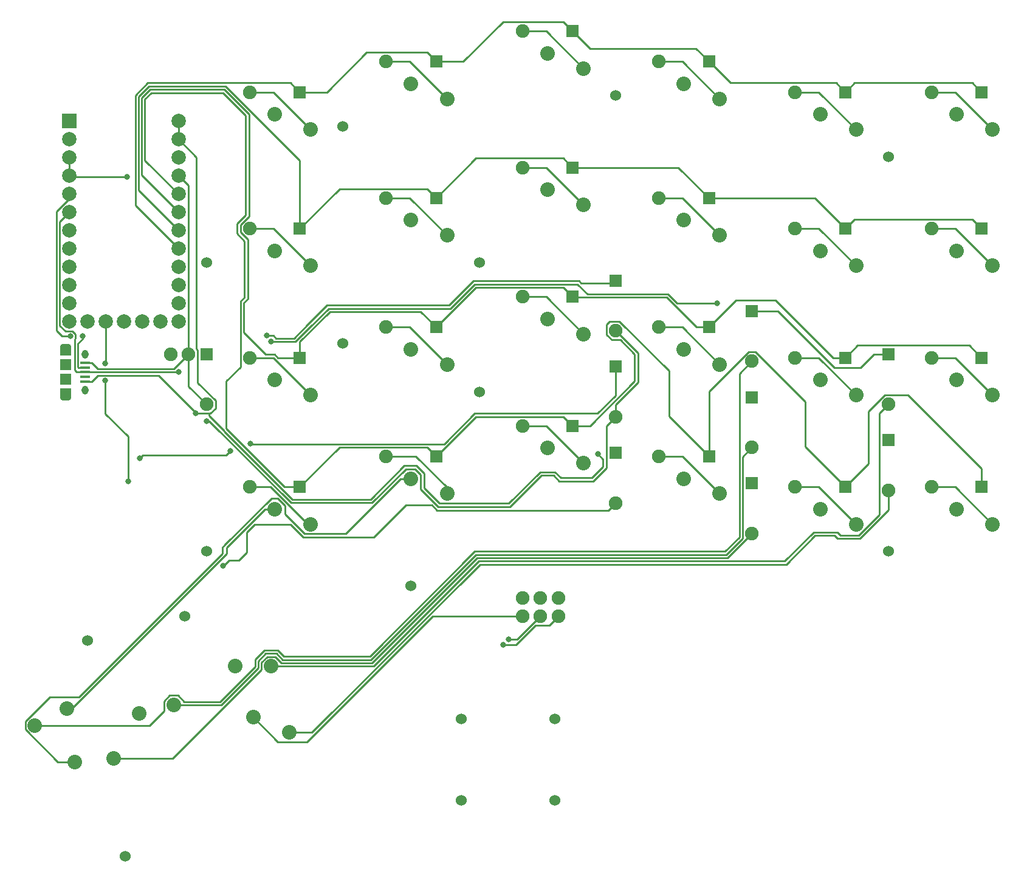
<source format=gbr>
%TF.GenerationSoftware,KiCad,Pcbnew,(6.0.4)*%
%TF.CreationDate,2023-12-12T22:18:02-08:00*%
%TF.ProjectId,keyboard,6b657962-6f61-4726-942e-6b696361645f,v1.0.0*%
%TF.SameCoordinates,Original*%
%TF.FileFunction,Copper,L1,Top*%
%TF.FilePolarity,Positive*%
%FSLAX46Y46*%
G04 Gerber Fmt 4.6, Leading zero omitted, Abs format (unit mm)*
G04 Created by KiCad (PCBNEW (6.0.4)) date 2023-12-12 22:18:02*
%MOMM*%
%LPD*%
G01*
G04 APERTURE LIST*
%TA.AperFunction,ComponentPad*%
%ADD10C,2.032000*%
%TD*%
%TA.AperFunction,ComponentPad*%
%ADD11C,1.524000*%
%TD*%
%TA.AperFunction,ComponentPad*%
%ADD12C,1.905000*%
%TD*%
%TA.AperFunction,ComponentPad*%
%ADD13R,1.778000X1.778000*%
%TD*%
%TA.AperFunction,ComponentPad*%
%ADD14R,2.000000X2.000000*%
%TD*%
%TA.AperFunction,ComponentPad*%
%ADD15C,2.000000*%
%TD*%
%TA.AperFunction,SMDPad,CuDef*%
%ADD16R,1.350000X0.400000*%
%TD*%
%TA.AperFunction,ComponentPad*%
%ADD17O,1.550000X0.890000*%
%TD*%
%TA.AperFunction,SMDPad,CuDef*%
%ADD18R,1.550000X1.500000*%
%TD*%
%TA.AperFunction,ComponentPad*%
%ADD19O,0.950000X1.250000*%
%TD*%
%TA.AperFunction,SMDPad,CuDef*%
%ADD20R,1.550000X1.200000*%
%TD*%
%TA.AperFunction,ViaPad*%
%ADD21C,0.800000*%
%TD*%
%TA.AperFunction,Conductor*%
%ADD22C,0.250000*%
%TD*%
G04 APERTURE END LIST*
D10*
%TO.P,M2,1*%
%TO.N,B2*%
X131074261Y-172604805D03*
%TO.P,M2,2*%
%TO.N,mm_diode*%
X135925739Y-171395195D03*
%TD*%
D11*
%TO.P,,1*%
%TO.N,N/C*%
X235500000Y-150000000D03*
%TD*%
D12*
%TO.P,D28,1*%
%TO.N,inner_thumb*%
X235500000Y-141500000D03*
D13*
%TO.P,D28,2*%
%TO.N,B7*%
X235500000Y-134500000D03*
%TD*%
D11*
%TO.P,,1*%
%TO.N,N/C*%
X129125244Y-192496528D03*
%TD*%
D10*
%TO.P,S6,1*%
%TO.N,index_home*%
X174000000Y-123950000D03*
%TO.P,S6,2*%
%TO.N,B3*%
X169000000Y-121850000D03*
%TD*%
D12*
%TO.P,D16,1*%
%TO.N,ring_nums*%
X203500000Y-81750000D03*
D13*
%TO.P,D16,2*%
%TO.N,F7*%
X210500000Y-81750000D03*
%TD*%
D10*
%TO.P,S21,1*%
%TO.N,outer_bottom*%
X250000000Y-146200000D03*
%TO.P,S21,2*%
%TO.N,F1*%
X245000000Y-144100000D03*
%TD*%
%TO.P,S1,1*%
%TO.N,inner_bottom*%
X155000000Y-146200000D03*
%TO.P,S1,2*%
%TO.N,B1*%
X150000000Y-144100000D03*
%TD*%
D12*
%TO.P,D20,1*%
%TO.N,pinky_nums*%
X222500000Y-86000000D03*
D13*
%TO.P,D20,2*%
%TO.N,F7*%
X229500000Y-86000000D03*
%TD*%
D12*
%TO.P,D36,1*%
%TO.N,VCC*%
X140500000Y-129500000D03*
D13*
%TO.P,D36,2*%
%TO.N,D0*%
X140500000Y-122500000D03*
%TD*%
D12*
%TO.P,D17,1*%
%TO.N,pinky_bottom*%
X222500000Y-141000000D03*
D13*
%TO.P,D17,2*%
%TO.N,F4*%
X229500000Y-141000000D03*
%TD*%
D12*
%TO.P,D7,1*%
%TO.N,index_top*%
X165500000Y-100750000D03*
D13*
%TO.P,D7,2*%
%TO.N,F6*%
X172500000Y-100750000D03*
%TD*%
D12*
%TO.P,D35,0*%
%TO.N,F0*%
X184500000Y-159000000D03*
%TO.P,D35,1*%
%TO.N,B6*%
X187000000Y-159000000D03*
%TO.P,D35,2*%
%TO.N,B2*%
X189500000Y-159000000D03*
%TO.P,D35,3*%
%TO.N,B5*%
X184500000Y-156500000D03*
%TO.P,D35,4*%
%TO.N,B1*%
X187000000Y-156500000D03*
%TO.P,D35,5*%
%TO.N,B3*%
X189500000Y-156500000D03*
%TD*%
D11*
%TO.P,,1*%
%TO.N,N/C*%
X140500000Y-150000000D03*
%TD*%
D12*
%TO.P,D30,1*%
%TO.N,mm_diode*%
X216500000Y-135500000D03*
D13*
%TO.P,D30,2*%
%TO.N,B7*%
X216500000Y-128500000D03*
%TD*%
D11*
%TO.P,,1*%
%TO.N,N/C*%
X189000000Y-184700000D03*
%TD*%
%TO.P,,1*%
%TO.N,N/C*%
X159500000Y-121000000D03*
%TD*%
D12*
%TO.P,D8,1*%
%TO.N,index_nums*%
X165500000Y-81750000D03*
D13*
%TO.P,D8,2*%
%TO.N,F7*%
X172500000Y-81750000D03*
%TD*%
D10*
%TO.P,S22,1*%
%TO.N,outer_home*%
X250000000Y-128200000D03*
%TO.P,S22,2*%
%TO.N,F1*%
X245000000Y-126100000D03*
%TD*%
%TO.P,S16,1*%
%TO.N,ring_nums*%
X212000000Y-86950000D03*
%TO.P,S16,2*%
%TO.N,B6*%
X207000000Y-84850000D03*
%TD*%
D12*
%TO.P,D15,1*%
%TO.N,ring_top*%
X203500000Y-100750000D03*
D13*
%TO.P,D15,2*%
%TO.N,F6*%
X210500000Y-100750000D03*
%TD*%
D10*
%TO.P,S7,1*%
%TO.N,index_top*%
X174000000Y-105950000D03*
%TO.P,S7,2*%
%TO.N,B3*%
X169000000Y-103850000D03*
%TD*%
D12*
%TO.P,D33,1*%
%TO.N,VCC*%
X197500000Y-131250000D03*
D13*
%TO.P,D33,2*%
%TO.N,D2*%
X197500000Y-124250000D03*
%TD*%
D11*
%TO.P,,1*%
%TO.N,N/C*%
X176000000Y-173300000D03*
%TD*%
D10*
%TO.P,S11,1*%
%TO.N,middle_top*%
X193000000Y-101700000D03*
%TO.P,S11,2*%
%TO.N,B2*%
X188000000Y-99600000D03*
%TD*%
%TO.P,S23,1*%
%TO.N,outer_top*%
X250000000Y-110200000D03*
%TO.P,S23,2*%
%TO.N,F1*%
X245000000Y-108100000D03*
%TD*%
%TO.P,S18,1*%
%TO.N,pinky_home*%
X231000000Y-128200000D03*
%TO.P,S18,2*%
%TO.N,F0*%
X226000000Y-126100000D03*
%TD*%
%TO.P,S13,1*%
%TO.N,ring_bottom*%
X212000000Y-141950000D03*
%TO.P,S13,2*%
%TO.N,B6*%
X207000000Y-139850000D03*
%TD*%
D12*
%TO.P,D21,1*%
%TO.N,outer_bottom*%
X241500000Y-141000000D03*
D13*
%TO.P,D21,2*%
%TO.N,F4*%
X248500000Y-141000000D03*
%TD*%
D10*
%TO.P,S10,1*%
%TO.N,middle_home*%
X193000000Y-119700000D03*
%TO.P,S10,2*%
%TO.N,B2*%
X188000000Y-117600000D03*
%TD*%
D12*
%TO.P,D22,1*%
%TO.N,outer_home*%
X241500000Y-123000000D03*
D13*
%TO.P,D22,2*%
%TO.N,F5*%
X248500000Y-123000000D03*
%TD*%
D11*
%TO.P,,1*%
%TO.N,N/C*%
X178500000Y-127750000D03*
%TD*%
D10*
%TO.P,S19,1*%
%TO.N,pinky_top*%
X231000000Y-110200000D03*
%TO.P,S19,2*%
%TO.N,F0*%
X226000000Y-108100000D03*
%TD*%
D12*
%TO.P,D12,1*%
%TO.N,middle_nums*%
X184500000Y-77500000D03*
D13*
%TO.P,D12,2*%
%TO.N,F7*%
X191500000Y-77500000D03*
%TD*%
D11*
%TO.P,,1*%
%TO.N,N/C*%
X189000000Y-173300000D03*
%TD*%
%TO.P,,1*%
%TO.N,N/C*%
X140500000Y-109750000D03*
%TD*%
D10*
%TO.P,S4,1*%
%TO.N,inner_nums*%
X155000000Y-91200000D03*
%TO.P,S4,2*%
%TO.N,B1*%
X150000000Y-89100000D03*
%TD*%
%TO.P,S20,1*%
%TO.N,pinky_nums*%
X231000000Y-91200000D03*
%TO.P,S20,2*%
%TO.N,F0*%
X226000000Y-89100000D03*
%TD*%
%TO.P,S9,1*%
%TO.N,middle_bottom*%
X193000000Y-137700000D03*
%TO.P,S9,2*%
%TO.N,B2*%
X188000000Y-135600000D03*
%TD*%
D12*
%TO.P,D19,1*%
%TO.N,pinky_top*%
X222500000Y-105000000D03*
D13*
%TO.P,D19,2*%
%TO.N,F6*%
X229500000Y-105000000D03*
%TD*%
D11*
%TO.P,,1*%
%TO.N,N/C*%
X137500000Y-159000000D03*
%TD*%
D10*
%TO.P,S17,1*%
%TO.N,pinky_bottom*%
X231000000Y-146200000D03*
%TO.P,S17,2*%
%TO.N,F0*%
X226000000Y-144100000D03*
%TD*%
D12*
%TO.P,REF\u002A\u002A,1*%
%TO.N,VCC*%
X138000000Y-122500000D03*
%TD*%
D10*
%TO.P,S24,1*%
%TO.N,outer_nums*%
X250000000Y-91200000D03*
%TO.P,S24,2*%
%TO.N,F1*%
X245000000Y-89100000D03*
%TD*%
D12*
%TO.P,D1,1*%
%TO.N,inner_bottom*%
X146500000Y-141000000D03*
D13*
%TO.P,D1,2*%
%TO.N,F4*%
X153500000Y-141000000D03*
%TD*%
D10*
%TO.P,M3,1*%
%TO.N,mr_diode*%
X116589501Y-174245360D03*
%TO.P,M3,2*%
%TO.N,B1*%
X121004239Y-171898002D03*
%TD*%
%TO.P,S25,1*%
%TO.N,inner_thumb*%
X152000000Y-175200000D03*
%TO.P,S25,2*%
%TO.N,F0*%
X147000000Y-173100000D03*
%TD*%
%TO.P,S2,1*%
%TO.N,inner_home*%
X155000000Y-128200000D03*
%TO.P,S2,2*%
%TO.N,B1*%
X150000000Y-126100000D03*
%TD*%
D11*
%TO.P,,1*%
%TO.N,N/C*%
X197500000Y-86500000D03*
%TD*%
%TO.P,,1*%
%TO.N,N/C*%
X178500000Y-109750000D03*
%TD*%
D10*
%TO.P,S3,1*%
%TO.N,inner_top*%
X155000000Y-110200000D03*
%TO.P,S3,2*%
%TO.N,B1*%
X150000000Y-108100000D03*
%TD*%
%TO.P,S14,1*%
%TO.N,ring_home*%
X212000000Y-123950000D03*
%TO.P,S14,2*%
%TO.N,B6*%
X207000000Y-121850000D03*
%TD*%
D12*
%TO.P,D11,1*%
%TO.N,middle_top*%
X184500000Y-96500000D03*
D13*
%TO.P,D11,2*%
%TO.N,F6*%
X191500000Y-96500000D03*
%TD*%
D11*
%TO.P,,1*%
%TO.N,N/C*%
X159500000Y-90750000D03*
%TD*%
D10*
%TO.P,M1,1*%
%TO.N,B6*%
X144500000Y-166000000D03*
%TO.P,M1,2*%
%TO.N,ml_diode*%
X149500000Y-166000000D03*
%TD*%
%TO.P,S5,1*%
%TO.N,index_bottom*%
X174000000Y-141950000D03*
%TO.P,S5,2*%
%TO.N,B3*%
X169000000Y-139850000D03*
%TD*%
%TO.P,S26,1*%
%TO.N,far_thumb*%
X127530746Y-178847441D03*
%TO.P,S26,2*%
%TO.N,B3*%
X122130118Y-179340609D03*
%TD*%
D12*
%TO.P,D31,1*%
%TO.N,far_thumb*%
X216500000Y-147500000D03*
D13*
%TO.P,D31,2*%
%TO.N,B7*%
X216500000Y-140500000D03*
%TD*%
D12*
%TO.P,D6,1*%
%TO.N,index_home*%
X165500000Y-118750000D03*
D13*
%TO.P,D6,2*%
%TO.N,F5*%
X172500000Y-118750000D03*
%TD*%
D12*
%TO.P,D9,1*%
%TO.N,middle_bottom*%
X184500000Y-132500000D03*
D13*
%TO.P,D9,2*%
%TO.N,F4*%
X191500000Y-132500000D03*
%TD*%
D14*
%TO.P,,1*%
%TO.N,D3*%
X121380000Y-90030000D03*
D15*
%TO.P,,2*%
%TO.N,D2*%
X121380000Y-92570000D03*
%TO.P,,3*%
%TO.N,GND*%
X121380000Y-95110000D03*
%TO.P,,4*%
X121380000Y-97650000D03*
%TO.P,,5*%
%TO.N,D1*%
X121380000Y-100190000D03*
%TO.P,,6*%
%TO.N,D0*%
X121380000Y-102730000D03*
%TO.P,,7*%
%TO.N,D4*%
X121380000Y-105270000D03*
%TO.P,,8*%
%TO.N,C6*%
X121380000Y-107810000D03*
%TO.P,,9*%
%TO.N,D7*%
X121380000Y-110350000D03*
%TO.P,,10*%
%TO.N,E6*%
X121380000Y-112890000D03*
%TO.P,,11*%
%TO.N,B4*%
X121380000Y-115430000D03*
%TO.P,,12*%
%TO.N,B5*%
X121380000Y-117970000D03*
%TO.P,,13*%
%TO.N,B6*%
X136620000Y-117970000D03*
%TO.P,,14*%
%TO.N,B2*%
X136620000Y-115430000D03*
%TO.P,,15*%
%TO.N,B3*%
X136620000Y-112890000D03*
%TO.P,,16*%
%TO.N,B1*%
X136620000Y-110350000D03*
%TO.P,,17*%
%TO.N,F7*%
X136620000Y-107810000D03*
%TO.P,,18*%
%TO.N,F6*%
X136620000Y-105270000D03*
%TO.P,,19*%
%TO.N,F5*%
X136620000Y-102730000D03*
%TO.P,,20*%
%TO.N,F4*%
X136620000Y-100190000D03*
%TO.P,,21*%
%TO.N,VCC*%
X136620000Y-97650000D03*
%TO.P,,22*%
%TO.N,RST*%
X136620000Y-95110000D03*
%TO.P,,23*%
%TO.N,GND*%
X136620000Y-92570000D03*
%TO.P,,24*%
X136620000Y-90030000D03*
%TO.P,,25*%
%TO.N,B7*%
X123920000Y-117970000D03*
%TO.P,,26*%
%TO.N,D5*%
X126460000Y-117970000D03*
%TO.P,,27*%
%TO.N,C7*%
X129000000Y-117970000D03*
%TO.P,,28*%
%TO.N,F1*%
X131540000Y-117970000D03*
%TO.P,,29*%
%TO.N,F0*%
X134080000Y-117970000D03*
%TD*%
D10*
%TO.P,S15,1*%
%TO.N,ring_top*%
X212000000Y-105950000D03*
%TO.P,S15,2*%
%TO.N,B6*%
X207000000Y-103850000D03*
%TD*%
D16*
%TO.P,,1*%
%TO.N,VCC*%
X123600000Y-123700000D03*
%TO.P,,2*%
%TO.N,D1*%
X123600000Y-124350000D03*
%TO.P,,3*%
%TO.N,D0*%
X123600000Y-125000000D03*
%TO.P,,4*%
%TO.N,N/C*%
X123600000Y-125650000D03*
%TO.P,,5*%
%TO.N,GND*%
X123600000Y-126300000D03*
D17*
%TO.P,,6*%
%TO.N,N/C*%
X120900000Y-121500000D03*
D18*
X120900000Y-126000000D03*
D19*
X123600000Y-122500000D03*
D18*
X120900000Y-124000000D03*
D17*
X120900000Y-128500000D03*
D19*
X123600000Y-127500000D03*
D20*
X120900000Y-127900000D03*
X120900000Y-122100000D03*
%TD*%
D12*
%TO.P,D13,1*%
%TO.N,ring_bottom*%
X203500000Y-136750000D03*
D13*
%TO.P,D13,2*%
%TO.N,F4*%
X210500000Y-136750000D03*
%TD*%
D12*
%TO.P,D4,1*%
%TO.N,inner_nums*%
X146500000Y-86000000D03*
D13*
%TO.P,D4,2*%
%TO.N,F7*%
X153500000Y-86000000D03*
%TD*%
D12*
%TO.P,D32,1*%
%TO.N,trackpoint_reset*%
X197500000Y-143250000D03*
D13*
%TO.P,D32,2*%
%TO.N,GND*%
X197500000Y-136250000D03*
%TD*%
D12*
%TO.P,D3,1*%
%TO.N,inner_top*%
X146500000Y-105000000D03*
D13*
%TO.P,D3,2*%
%TO.N,F6*%
X153500000Y-105000000D03*
%TD*%
D11*
%TO.P,,1*%
%TO.N,N/C*%
X235500000Y-95000000D03*
%TD*%
%TO.P,,1*%
%TO.N,N/C*%
X176000000Y-184700000D03*
%TD*%
D12*
%TO.P,D24,1*%
%TO.N,outer_nums*%
X241500000Y-86000000D03*
D13*
%TO.P,D24,2*%
%TO.N,F7*%
X248500000Y-86000000D03*
%TD*%
D12*
%TO.P,D10,1*%
%TO.N,middle_home*%
X184500000Y-114500000D03*
D13*
%TO.P,D10,2*%
%TO.N,F5*%
X191500000Y-114500000D03*
%TD*%
D12*
%TO.P,D27,1*%
%TO.N,ml_diode*%
X235500000Y-129500000D03*
D13*
%TO.P,D27,2*%
%TO.N,B7*%
X235500000Y-122500000D03*
%TD*%
D12*
%TO.P,D29,1*%
%TO.N,mr_diode*%
X216500000Y-123500000D03*
D13*
%TO.P,D29,2*%
%TO.N,B7*%
X216500000Y-116500000D03*
%TD*%
D11*
%TO.P,,1*%
%TO.N,N/C*%
X169000000Y-154750000D03*
%TD*%
D12*
%TO.P,D23,1*%
%TO.N,outer_top*%
X241500000Y-105000000D03*
D13*
%TO.P,D23,2*%
%TO.N,F6*%
X248500000Y-105000000D03*
%TD*%
D12*
%TO.P,D14,1*%
%TO.N,ring_home*%
X203500000Y-118750000D03*
D13*
%TO.P,D14,2*%
%TO.N,F5*%
X210500000Y-118750000D03*
%TD*%
D12*
%TO.P,D18,1*%
%TO.N,pinky_home*%
X222500000Y-123000000D03*
D13*
%TO.P,D18,2*%
%TO.N,F5*%
X229500000Y-123000000D03*
%TD*%
D10*
%TO.P,S12,1*%
%TO.N,middle_nums*%
X193000000Y-82700000D03*
%TO.P,S12,2*%
%TO.N,B2*%
X188000000Y-80600000D03*
%TD*%
D12*
%TO.P,D2,1*%
%TO.N,inner_home*%
X146500000Y-123000000D03*
D13*
%TO.P,D2,2*%
%TO.N,F5*%
X153500000Y-123000000D03*
%TD*%
D12*
%TO.P,D5,1*%
%TO.N,index_bottom*%
X165500000Y-136750000D03*
D13*
%TO.P,D5,2*%
%TO.N,F4*%
X172500000Y-136750000D03*
%TD*%
D10*
%TO.P,S8,1*%
%TO.N,index_nums*%
X174000000Y-86950000D03*
%TO.P,S8,2*%
%TO.N,B3*%
X169000000Y-84850000D03*
%TD*%
D11*
%TO.P,,1*%
%TO.N,N/C*%
X123898571Y-162431068D03*
%TD*%
D12*
%TO.P,D34,1*%
%TO.N,VCC*%
X197500000Y-119250000D03*
D13*
%TO.P,D34,2*%
%TO.N,D5*%
X197500000Y-112250000D03*
%TD*%
D12*
%TO.P,REF\u002A\u002A,1*%
%TO.N,trackpoint_reset*%
X135500000Y-122500000D03*
%TD*%
D21*
%TO.N,B2*%
X181800000Y-163000000D03*
%TO.N,B6*%
X182600000Y-162200000D03*
%TO.N,B7*%
X211600000Y-115400000D03*
X149449520Y-120750480D03*
%TO.N,GND*%
X129400000Y-97800000D03*
X195000000Y-136400000D03*
X139022989Y-130777011D03*
%TO.N,VCC*%
X140500000Y-131800000D03*
%TO.N,D2*%
X143800000Y-136000000D03*
X146600000Y-135000000D03*
X131200000Y-137000000D03*
%TO.N,D1*%
X123200000Y-120000000D03*
X121534528Y-120019011D03*
%TO.N,D0*%
X136600000Y-125000000D03*
%TO.N,D5*%
X148935925Y-119893027D03*
X126400000Y-126174020D03*
X129600000Y-140200000D03*
X126400000Y-123825980D03*
%TO.N,trackpoint_reset*%
X142800000Y-152000000D03*
%TD*%
D22*
%TO.N,inner_bottom*%
X149431488Y-141000000D02*
X154631488Y-146200000D01*
X146500000Y-141000000D02*
X149431488Y-141000000D01*
X154631488Y-146200000D02*
X155000000Y-146200000D01*
%TO.N,B1*%
X148666992Y-144100000D02*
X150000000Y-144100000D01*
X121004239Y-171898002D02*
X121701998Y-171898002D01*
X121701998Y-171898002D02*
X143274579Y-150325421D01*
X143274579Y-149492413D02*
X148666992Y-144100000D01*
X143274579Y-150325421D02*
X143274579Y-149492413D01*
%TO.N,inner_home*%
X146500000Y-123000000D02*
X149800000Y-123000000D01*
X149800000Y-123000000D02*
X155000000Y-128200000D01*
%TO.N,inner_top*%
X146500000Y-105000000D02*
X149800000Y-105000000D01*
X149800000Y-105000000D02*
X155000000Y-110200000D01*
%TO.N,inner_nums*%
X146500000Y-86000000D02*
X149800000Y-86000000D01*
X149800000Y-86000000D02*
X155000000Y-91200000D01*
%TO.N,index_bottom*%
X165500000Y-136750000D02*
X169675000Y-136750000D01*
X174000000Y-141075000D02*
X174000000Y-141950000D01*
X169675000Y-136750000D02*
X174000000Y-141075000D01*
%TO.N,B3*%
X143088382Y-149042893D02*
X149531275Y-142600000D01*
X154140511Y-147540511D02*
X159859489Y-147540511D01*
X142682141Y-150282141D02*
X142682141Y-149449133D01*
X150395770Y-142600000D02*
X151400000Y-143604230D01*
X151400000Y-143604230D02*
X151400000Y-144800000D01*
X142682141Y-149449133D02*
X143088382Y-149042893D01*
X118673454Y-170265637D02*
X122698645Y-170265637D01*
X115248990Y-173690101D02*
X118673454Y-170265637D01*
X167550000Y-139850000D02*
X169000000Y-139850000D01*
X122698645Y-170265637D02*
X142682141Y-150282141D01*
X149531275Y-142600000D02*
X150395770Y-142600000D01*
X122130118Y-179340609D02*
X119788980Y-179340609D01*
X151400000Y-144800000D02*
X154140511Y-147540511D01*
X159859489Y-147540511D02*
X167550000Y-139850000D01*
X119788980Y-179340609D02*
X115248990Y-174800619D01*
X115248990Y-174800619D02*
X115248990Y-173690101D01*
%TO.N,index_home*%
X168800000Y-118750000D02*
X174000000Y-123950000D01*
X165500000Y-118750000D02*
X168800000Y-118750000D01*
%TO.N,index_top*%
X168800000Y-100750000D02*
X174000000Y-105950000D01*
X165500000Y-100750000D02*
X168800000Y-100750000D01*
%TO.N,index_nums*%
X165500000Y-81750000D02*
X168800000Y-81750000D01*
X168800000Y-81750000D02*
X174000000Y-86950000D01*
%TO.N,middle_bottom*%
X187800000Y-132500000D02*
X193000000Y-137700000D01*
X184500000Y-132500000D02*
X187800000Y-132500000D01*
%TO.N,B2*%
X181800000Y-163000000D02*
X183635717Y-163000000D01*
X183635717Y-163000000D02*
X186358706Y-160277011D01*
X188222989Y-160277011D02*
X189500000Y-159000000D01*
X186358706Y-160277011D02*
X188222989Y-160277011D01*
%TO.N,middle_home*%
X187800000Y-114500000D02*
X193000000Y-119700000D01*
X184500000Y-114500000D02*
X187800000Y-114500000D01*
%TO.N,middle_top*%
X187800000Y-96500000D02*
X193000000Y-101700000D01*
X184500000Y-96500000D02*
X187800000Y-96500000D01*
%TO.N,middle_nums*%
X184500000Y-77500000D02*
X187800000Y-77500000D01*
X187800000Y-77500000D02*
X193000000Y-82700000D01*
%TO.N,ring_bottom*%
X203500000Y-136750000D02*
X206800000Y-136750000D01*
X206800000Y-136750000D02*
X212000000Y-141950000D01*
%TO.N,B6*%
X183800000Y-162200000D02*
X187000000Y-159000000D01*
X182600000Y-162200000D02*
X183800000Y-162200000D01*
%TO.N,ring_home*%
X206800000Y-118750000D02*
X212000000Y-123950000D01*
X203500000Y-118750000D02*
X206800000Y-118750000D01*
%TO.N,ring_top*%
X203500000Y-100750000D02*
X206800000Y-100750000D01*
X206800000Y-100750000D02*
X212000000Y-105950000D01*
%TO.N,ring_nums*%
X206800000Y-81750000D02*
X212000000Y-86950000D01*
X203500000Y-81750000D02*
X206800000Y-81750000D01*
%TO.N,pinky_bottom*%
X222500000Y-141000000D02*
X225800000Y-141000000D01*
X225800000Y-141000000D02*
X231000000Y-146200000D01*
%TO.N,F0*%
X172035717Y-159000000D02*
X184500000Y-159000000D01*
X150440511Y-176540511D02*
X154495207Y-176540511D01*
X147000000Y-173100000D02*
X150440511Y-176540511D01*
X155649520Y-175386197D02*
X172035717Y-159000000D01*
X154495207Y-176540511D02*
X155649520Y-175386197D01*
%TO.N,pinky_home*%
X222500000Y-123000000D02*
X225800000Y-123000000D01*
X225800000Y-123000000D02*
X231000000Y-128200000D01*
%TO.N,pinky_top*%
X222500000Y-105000000D02*
X225800000Y-105000000D01*
X225800000Y-105000000D02*
X231000000Y-110200000D01*
%TO.N,pinky_nums*%
X222500000Y-86000000D02*
X225800000Y-86000000D01*
X225800000Y-86000000D02*
X231000000Y-91200000D01*
%TO.N,outer_bottom*%
X241500000Y-141000000D02*
X244800000Y-141000000D01*
X244800000Y-141000000D02*
X250000000Y-146200000D01*
%TO.N,outer_home*%
X241500000Y-123000000D02*
X244800000Y-123000000D01*
X244800000Y-123000000D02*
X250000000Y-128200000D01*
%TO.N,outer_top*%
X244800000Y-105000000D02*
X250000000Y-110200000D01*
X241500000Y-105000000D02*
X244800000Y-105000000D01*
%TO.N,outer_nums*%
X244800000Y-86000000D02*
X250000000Y-91200000D01*
X241500000Y-86000000D02*
X244800000Y-86000000D01*
%TO.N,inner_thumb*%
X228000000Y-147800000D02*
X228400000Y-148200000D01*
X178600000Y-151800000D02*
X221245676Y-151800000D01*
X225245677Y-147800000D02*
X228000000Y-147800000D01*
X152000000Y-175200000D02*
X155200000Y-175200000D01*
X155200000Y-175200000D02*
X178600000Y-151800000D01*
X221245676Y-151800000D02*
X225245677Y-147800000D01*
X235500000Y-144231488D02*
X235500000Y-141500000D01*
X231531488Y-148200000D02*
X235500000Y-144231488D01*
X228400000Y-148200000D02*
X231531488Y-148200000D01*
%TO.N,far_thumb*%
X127530746Y-178847441D02*
X135752559Y-178847441D01*
X150055259Y-164659489D02*
X150946250Y-165550480D01*
X148159489Y-166440511D02*
X148159489Y-165444741D01*
X163578084Y-165550480D02*
X178227606Y-150900960D01*
X148944741Y-164659489D02*
X150055259Y-164659489D01*
X150946250Y-165550480D02*
X163578084Y-165550480D01*
X135752559Y-178847441D02*
X148159489Y-166440511D01*
X213099040Y-150900960D02*
X216500000Y-147500000D01*
X148159489Y-165444741D02*
X148944741Y-164659489D01*
X178227606Y-150900960D02*
X213099040Y-150900960D01*
%TO.N,F4*%
X217005967Y-122200000D02*
X223910979Y-129105012D01*
X232725421Y-130468612D02*
X234994033Y-128200000D01*
X145800000Y-106741685D02*
X144773469Y-105715153D01*
X234994033Y-128200000D02*
X238245677Y-128200000D01*
X159027011Y-135472989D02*
X171222989Y-135472989D01*
X151338642Y-141000000D02*
X143400982Y-133062340D01*
X142781927Y-86099040D02*
X132808114Y-86099040D01*
X210500000Y-136750000D02*
X210500000Y-127694033D01*
X223910979Y-135410979D02*
X229500000Y-141000000D01*
X144773469Y-104284846D02*
X145950480Y-103107835D01*
X200150480Y-126249520D02*
X200150480Y-122536198D01*
X196622781Y-117972989D02*
X198028956Y-117972989D01*
X232725421Y-137774579D02*
X232725421Y-130468612D01*
X190222989Y-131222989D02*
X191500000Y-132500000D01*
X145950480Y-89267593D02*
X142781927Y-86099040D01*
X229500000Y-141000000D02*
X232725421Y-137774579D01*
X145800000Y-114600000D02*
X145800000Y-106741685D01*
X153500000Y-141000000D02*
X159027011Y-135472989D01*
X178027011Y-131222989D02*
X190222989Y-131222989D01*
X153500000Y-141000000D02*
X151338642Y-141000000D01*
X143400982Y-133040651D02*
X143200000Y-132839669D01*
X196222989Y-118372781D02*
X196622781Y-117972989D01*
X210500000Y-127694033D02*
X215994033Y-122200000D01*
X191500000Y-132500000D02*
X193900000Y-132500000D01*
X193900000Y-132500000D02*
X200150480Y-126249520D01*
X143200000Y-132839669D02*
X143200000Y-126291655D01*
X143200000Y-126291655D02*
X145222989Y-124268666D01*
X223910979Y-129105012D02*
X223910979Y-135410979D01*
X145222989Y-115177011D02*
X145800000Y-114600000D01*
X171222989Y-135472989D02*
X172500000Y-136750000D01*
X200150480Y-122536198D02*
X198141293Y-120527011D01*
X144773469Y-105715153D02*
X144773469Y-104284846D01*
X131916899Y-86990255D02*
X131916899Y-95486899D01*
X143400982Y-133062340D02*
X143400982Y-133040651D01*
X198028956Y-117972989D02*
X204910979Y-124855012D01*
X204910979Y-131160979D02*
X210500000Y-136750000D01*
X238245677Y-128200000D02*
X248500000Y-138454323D01*
X196222989Y-119778956D02*
X196222989Y-118372781D01*
X215994033Y-122200000D02*
X217005967Y-122200000D01*
X196971044Y-120527011D02*
X196222989Y-119778956D01*
X198141293Y-120527011D02*
X196971044Y-120527011D01*
X248500000Y-138454323D02*
X248500000Y-141000000D01*
X131916899Y-95486899D02*
X136620000Y-100190000D01*
X204910979Y-124855012D02*
X204910979Y-131160979D01*
X145222989Y-124268666D02*
X145222989Y-115177011D01*
X132808114Y-86099040D02*
X131916899Y-86990255D01*
X145950480Y-103107835D02*
X145950480Y-89267593D01*
X172500000Y-136750000D02*
X178027011Y-131222989D01*
%TO.N,F5*%
X149986198Y-122550480D02*
X148750480Y-122550480D01*
X132621916Y-85649520D02*
X131467379Y-86804057D01*
X145672509Y-115363209D02*
X146249520Y-114786197D01*
X150435718Y-123000000D02*
X149986198Y-122550480D01*
X208766992Y-118750000D02*
X204616992Y-114600000D01*
X145672509Y-119472509D02*
X145672509Y-115363209D01*
X146400000Y-89081395D02*
X142968125Y-85649520D01*
X248500000Y-123000000D02*
X246786489Y-121286489D01*
X146400000Y-103294033D02*
X146400000Y-89081395D01*
X210500000Y-118750000D02*
X208766992Y-118750000D01*
X178027011Y-113222989D02*
X172500000Y-118750000D01*
X246786489Y-121286489D02*
X231213511Y-121286489D01*
X157679729Y-116605479D02*
X153500000Y-120785208D01*
X146249520Y-114786197D02*
X146249520Y-106555487D01*
X153500000Y-120785208D02*
X153500000Y-123000000D01*
X214250000Y-115000000D02*
X210500000Y-118750000D01*
X231213511Y-121286489D02*
X229500000Y-123000000D01*
X145222989Y-105528956D02*
X145222989Y-104471044D01*
X204616992Y-114600000D02*
X191600000Y-114600000D01*
X131467379Y-97577379D02*
X136620000Y-102730000D01*
X229500000Y-123000000D02*
X227766992Y-123000000D01*
X145222989Y-104471044D02*
X146400000Y-103294033D01*
X219766992Y-115000000D02*
X214250000Y-115000000D01*
X191500000Y-114500000D02*
X190222989Y-113222989D01*
X153500000Y-123000000D02*
X150435718Y-123000000D01*
X146249520Y-106555487D02*
X145222989Y-105528956D01*
X131467379Y-86804057D02*
X131467379Y-97577379D01*
X190222989Y-113222989D02*
X178027011Y-113222989D01*
X148750480Y-122550480D02*
X145672509Y-119472509D01*
X170355479Y-116605479D02*
X157679729Y-116605479D01*
X142968125Y-85649520D02*
X132621916Y-85649520D01*
X191600000Y-114600000D02*
X191500000Y-114500000D01*
X227766992Y-123000000D02*
X219766992Y-115000000D01*
X172500000Y-118750000D02*
X170355479Y-116605479D01*
%TO.N,F6*%
X153500000Y-95545677D02*
X143154323Y-85200000D01*
X230777011Y-103722989D02*
X247222989Y-103722989D01*
X153500000Y-105000000D02*
X153500000Y-95545677D01*
X159027011Y-99472989D02*
X171222989Y-99472989D01*
X206250000Y-96500000D02*
X210500000Y-100750000D01*
X131017859Y-99667859D02*
X136620000Y-105270000D01*
X178027011Y-95222989D02*
X190222989Y-95222989D01*
X153500000Y-105000000D02*
X159027011Y-99472989D01*
X171222989Y-99472989D02*
X172500000Y-100750000D01*
X191500000Y-96500000D02*
X206250000Y-96500000D01*
X247222989Y-103722989D02*
X248500000Y-105000000D01*
X172500000Y-100750000D02*
X178027011Y-95222989D01*
X131017859Y-86617859D02*
X131017859Y-99667859D01*
X143154323Y-85200000D02*
X132435718Y-85200000D01*
X229500000Y-105000000D02*
X230777011Y-103722989D01*
X132435718Y-85200000D02*
X131017859Y-86617859D01*
X190222989Y-95222989D02*
X191500000Y-96500000D01*
X225250000Y-100750000D02*
X229500000Y-105000000D01*
X210500000Y-100750000D02*
X225250000Y-100750000D01*
%TO.N,F7*%
X247222989Y-84722989D02*
X230777011Y-84722989D01*
X132277011Y-84722989D02*
X130568339Y-86431662D01*
X213472989Y-84722989D02*
X210500000Y-81750000D01*
X130568339Y-101758339D02*
X136620000Y-107810000D01*
X152222989Y-84722989D02*
X132277011Y-84722989D01*
X162809174Y-80472989D02*
X157282163Y-86000000D01*
X208699520Y-79949520D02*
X193949520Y-79949520D01*
X228222989Y-84722989D02*
X213472989Y-84722989D01*
X181809174Y-76222989D02*
X176282163Y-81750000D01*
X229500000Y-86000000D02*
X228222989Y-84722989D01*
X230777011Y-84722989D02*
X229500000Y-86000000D01*
X193949520Y-79949520D02*
X191500000Y-77500000D01*
X171222989Y-80472989D02*
X162809174Y-80472989D01*
X172500000Y-81750000D02*
X171222989Y-80472989D01*
X157282163Y-86000000D02*
X153500000Y-86000000D01*
X153500000Y-86000000D02*
X152222989Y-84722989D01*
X248500000Y-86000000D02*
X247222989Y-84722989D01*
X191500000Y-77500000D02*
X190222989Y-76222989D01*
X130568339Y-86431662D02*
X130568339Y-101758339D01*
X210500000Y-81750000D02*
X208699520Y-79949520D01*
X190222989Y-76222989D02*
X181809174Y-76222989D01*
X176282163Y-81750000D02*
X172500000Y-81750000D01*
%TO.N,B7*%
X157493532Y-116155959D02*
X174458323Y-116155959D01*
X216500000Y-116500000D02*
X220085252Y-116500000D01*
X204926355Y-114273646D02*
X206052709Y-115400000D01*
X233500000Y-122500000D02*
X235500000Y-122500000D01*
X231600000Y-124400000D02*
X233500000Y-122500000D01*
X192200491Y-112773469D02*
X193577502Y-114150480D01*
X152899011Y-120750480D02*
X154924745Y-118724745D01*
X174458323Y-116155959D02*
X177840814Y-112773469D01*
X227985252Y-124400000D02*
X231600000Y-124400000D01*
X204803189Y-114150480D02*
X204926355Y-114273646D01*
X206200000Y-115400000D02*
X211600000Y-115400000D01*
X154924745Y-118724745D02*
X157493532Y-116155959D01*
X220085252Y-116500000D02*
X227985252Y-124400000D01*
X177840814Y-112773469D02*
X192200491Y-112773469D01*
X206052709Y-115400000D02*
X206200000Y-115400000D01*
X149449520Y-120750480D02*
X152899011Y-120750480D01*
X193577502Y-114150480D02*
X204803189Y-114150480D01*
%TO.N,GND*%
X124474022Y-126300000D02*
X123600000Y-126300000D01*
X195750480Y-138213802D02*
X195750480Y-137150480D01*
X163378084Y-142750480D02*
X168068596Y-138059969D01*
X152453404Y-142750480D02*
X163378084Y-142750480D01*
X129400000Y-97800000D02*
X121530000Y-97800000D01*
X140822989Y-131098375D02*
X142951462Y-133226848D01*
X139277011Y-126471044D02*
X141777011Y-128971044D01*
X121530000Y-97800000D02*
X121380000Y-97650000D01*
X189840521Y-139750480D02*
X194213802Y-139750480D01*
X121380000Y-95110000D02*
X121380000Y-97650000D01*
X139105479Y-95055479D02*
X139105479Y-121799512D01*
X168068596Y-138059969D02*
X169741456Y-138059969D01*
X141777011Y-130028956D02*
X141028956Y-130777011D01*
X141777011Y-128971044D02*
X141777011Y-130028956D01*
X172926229Y-143290511D02*
X182619448Y-143290511D01*
X170790031Y-139108544D02*
X170790031Y-141154313D01*
X140822989Y-130777011D02*
X139022989Y-130777011D01*
X139022989Y-130777011D02*
X139022989Y-130622989D01*
X182619448Y-143290511D02*
X186954979Y-138954979D01*
X170790031Y-141154313D02*
X172926229Y-143290511D01*
X125324502Y-125449520D02*
X124474022Y-126300000D01*
X139022989Y-130622989D02*
X133849520Y-125449520D01*
X169741456Y-138059969D02*
X170790031Y-139108544D01*
X133849520Y-125449520D02*
X125324502Y-125449520D01*
X139277011Y-121971044D02*
X139277011Y-126471044D01*
X141028956Y-130777011D02*
X140822989Y-130777011D01*
X142951462Y-133226848D02*
X142951462Y-133248538D01*
X139105479Y-121799512D02*
X139277011Y-121971044D01*
X195750480Y-137150480D02*
X195000000Y-136400000D01*
X194213802Y-139750480D02*
X195750480Y-138213802D01*
X136620000Y-92570000D02*
X136620000Y-90030000D01*
X136620000Y-92570000D02*
X139105479Y-95055479D01*
X140822989Y-130777011D02*
X140822989Y-131098375D01*
X186954979Y-138954979D02*
X189045020Y-138954979D01*
X142951462Y-133248538D02*
X152453404Y-142750480D01*
X189045020Y-138954979D02*
X189840521Y-139750480D01*
%TO.N,VCC*%
X188865302Y-139410979D02*
X189654323Y-140200000D01*
X172800000Y-143800000D02*
X182745677Y-143800000D01*
X138000000Y-122500000D02*
X135949520Y-124550480D01*
X124474022Y-123700000D02*
X123600000Y-123700000D01*
X182745677Y-143800000D02*
X187134698Y-139410979D01*
X169555259Y-138509489D02*
X170340511Y-139294741D01*
X196200000Y-132550000D02*
X197500000Y-131250000D01*
X138000000Y-122500000D02*
X138000000Y-127000000D01*
X196200000Y-138400000D02*
X196200000Y-132550000D01*
X136620000Y-97650000D02*
X138000000Y-99030000D01*
X138000000Y-99030000D02*
X138000000Y-122500000D01*
X200600000Y-126435717D02*
X200600000Y-122350000D01*
X200600000Y-122350000D02*
X197500000Y-119250000D01*
X152267206Y-143200000D02*
X163564282Y-143200000D01*
X135949520Y-124550480D02*
X125324502Y-124550480D01*
X140500000Y-131800000D02*
X140867206Y-131800000D01*
X187134698Y-139410979D02*
X188865302Y-139410979D01*
X197500000Y-129535718D02*
X200600000Y-126435717D01*
X163564282Y-143200000D02*
X168254793Y-138509489D01*
X194400000Y-140200000D02*
X196200000Y-138400000D01*
X189654323Y-140200000D02*
X194400000Y-140200000D01*
X138000000Y-127000000D02*
X140500000Y-129500000D01*
X125324502Y-124550480D02*
X124474022Y-123700000D01*
X197500000Y-131250000D02*
X197500000Y-129535718D01*
X168254793Y-138509489D02*
X169555259Y-138509489D01*
X170340511Y-139294741D02*
X170340511Y-141340511D01*
X170340511Y-141340511D02*
X172800000Y-143800000D01*
X140867206Y-131800000D02*
X152267206Y-143200000D01*
%TO.N,D2*%
X146600000Y-135000000D02*
X146623469Y-135023469D01*
X143800000Y-136000000D02*
X143200000Y-136600000D01*
X143200000Y-136600000D02*
X131600000Y-136600000D01*
X173590813Y-135023469D02*
X177840813Y-130773469D01*
X146623469Y-135023469D02*
X173590813Y-135023469D01*
X197500000Y-128264282D02*
X197500000Y-124250000D01*
X131600000Y-136600000D02*
X131200000Y-137000000D01*
X177840813Y-130773469D02*
X194990813Y-130773469D01*
X194990813Y-130773469D02*
X197500000Y-128264282D01*
%TO.N,D1*%
X119605969Y-102630888D02*
X119605969Y-119223828D01*
X121533376Y-120017859D02*
X121534528Y-120019011D01*
X122675000Y-124350000D02*
X123600000Y-124350000D01*
X122600000Y-121000000D02*
X122600000Y-124275000D01*
X123200000Y-120400000D02*
X122600000Y-121000000D01*
X121380000Y-100856857D02*
X119605969Y-102630888D01*
X121380000Y-100190000D02*
X121380000Y-100856857D01*
X119605969Y-119223828D02*
X120400000Y-120017859D01*
X123200000Y-120000000D02*
X123200000Y-120400000D01*
X122600000Y-124275000D02*
X122675000Y-124350000D01*
X120400000Y-120017859D02*
X121533376Y-120017859D01*
%TO.N,D0*%
X122150480Y-124750480D02*
X122400000Y-125000000D01*
X120055489Y-118518632D02*
X120831368Y-119294511D01*
X120055489Y-104054511D02*
X120055489Y-118518632D01*
X121834642Y-119294511D02*
X122259039Y-119718908D01*
X122150480Y-120427673D02*
X122150480Y-124750480D01*
X123600000Y-125000000D02*
X136600000Y-125000000D01*
X121380000Y-102730000D02*
X120055489Y-104054511D01*
X122400000Y-125000000D02*
X123600000Y-125000000D01*
X120831368Y-119294511D02*
X121834642Y-119294511D01*
X122259039Y-119718908D02*
X122259039Y-120319114D01*
X122259039Y-120319114D02*
X122150480Y-120427673D01*
%TO.N,D5*%
X150200000Y-120300960D02*
X152712813Y-120300960D01*
X197150000Y-112600000D02*
X197500000Y-112250000D01*
X152712813Y-120300960D02*
X154606886Y-118406886D01*
X126460000Y-123765980D02*
X126460000Y-117970000D01*
X192386689Y-112323949D02*
X192662740Y-112600000D01*
X174272125Y-115706439D02*
X177654617Y-112323949D01*
X129600000Y-134000000D02*
X129600000Y-140200000D01*
X149792067Y-119893027D02*
X150200000Y-120300960D01*
X192662740Y-112600000D02*
X197150000Y-112600000D01*
X157307335Y-115706439D02*
X174272125Y-115706439D01*
X126400000Y-123825980D02*
X126460000Y-123765980D01*
X126400000Y-130800000D02*
X129600000Y-134000000D01*
X148935925Y-119893027D02*
X149792067Y-119893027D01*
X177654617Y-112323949D02*
X192386689Y-112323949D01*
X154606886Y-118406886D02*
X157307335Y-115706439D01*
X126400000Y-126174020D02*
X126400000Y-130800000D01*
%TO.N,ml_diode*%
X228800000Y-147750480D02*
X231345290Y-147750480D01*
X225059480Y-147350480D02*
X228400000Y-147350480D01*
X178413803Y-151350480D02*
X221059479Y-151350480D01*
X163764282Y-166000000D02*
X178413803Y-151350480D01*
X228400000Y-147350480D02*
X228800000Y-147750480D01*
X231345290Y-147750480D02*
X234222989Y-144872781D01*
X221059479Y-151350480D02*
X225059480Y-147350480D01*
X234222989Y-130777011D02*
X235500000Y-129500000D01*
X149500000Y-166000000D02*
X163764282Y-166000000D01*
X234222989Y-144872781D02*
X234222989Y-130777011D01*
%TO.N,mm_diode*%
X215200000Y-148164282D02*
X215200000Y-136800000D01*
X148758544Y-164209969D02*
X150241456Y-164209969D01*
X151115744Y-165084256D02*
X163408590Y-165084256D01*
X135925739Y-171395195D02*
X142569087Y-171395195D01*
X178041409Y-150451440D02*
X212912842Y-150451440D01*
X163408590Y-165084256D02*
X178041409Y-150451440D01*
X212912842Y-150451440D02*
X215200000Y-148164282D01*
X142569087Y-171395195D02*
X147709969Y-166254313D01*
X215200000Y-136800000D02*
X216500000Y-135500000D01*
X147709969Y-165258544D02*
X148758544Y-164209969D01*
X147709969Y-166254313D02*
X147709969Y-165258544D01*
X150241456Y-164209969D02*
X151115744Y-165084256D01*
%TO.N,mr_diode*%
X177855208Y-150001920D02*
X212726644Y-150001920D01*
X147260449Y-165072347D02*
X148572347Y-163760449D01*
X134585228Y-170839936D02*
X135370480Y-170054684D01*
X214750480Y-125249520D02*
X216500000Y-123500000D01*
X148572347Y-163760449D02*
X150427653Y-163760449D01*
X116589501Y-174245360D02*
X132554640Y-174245360D01*
X134585228Y-172214772D02*
X134585228Y-170839936D01*
X136509009Y-170054684D02*
X137400000Y-170945675D01*
X214750480Y-147978084D02*
X214750480Y-125249520D01*
X147260449Y-166068115D02*
X147260449Y-165072347D01*
X163257128Y-164600000D02*
X177855208Y-150001920D01*
X212726644Y-150001920D02*
X214750480Y-147978084D01*
X132554640Y-174245360D02*
X134585228Y-172214772D01*
X137400000Y-170945675D02*
X142382889Y-170945675D01*
X150427653Y-163760449D02*
X151267204Y-164600000D01*
X142382889Y-170945675D02*
X147260449Y-166068115D01*
X151267204Y-164600000D02*
X163257128Y-164600000D01*
X135370480Y-170054684D02*
X136509009Y-170054684D01*
%TO.N,trackpoint_reset*%
X143625421Y-151225421D02*
X145007587Y-151225421D01*
X152164282Y-146200000D02*
X153954313Y-147990031D01*
X146101355Y-147301355D02*
X147202710Y-146200000D01*
X142800000Y-152000000D02*
X142850842Y-152000000D01*
X196500480Y-144249520D02*
X197500000Y-143250000D01*
X163805646Y-147990031D02*
X168277818Y-143517859D01*
X168277818Y-143517859D02*
X171882141Y-143517859D01*
X172613802Y-144249520D02*
X196500480Y-144249520D01*
X171882141Y-143517859D02*
X172613802Y-144249520D01*
X142850842Y-152000000D02*
X143625421Y-151225421D01*
X145007587Y-151225421D02*
X146101355Y-150131653D01*
X153954313Y-147990031D02*
X163805646Y-147990031D01*
X147202710Y-146200000D02*
X152164282Y-146200000D01*
X146101355Y-150131653D02*
X146101355Y-147301355D01*
%TD*%
M02*

</source>
